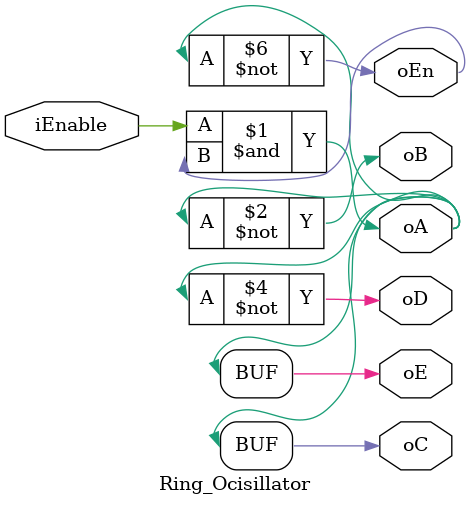
<source format=v>

`timescale 1ns / 100ps

module Ring_Ocisillator (

	// Inputs:
	input	iEnable,

	// Outputs:
	output	oA,
	output	oB,
	output	oC,
	output	oD,
	output	oE,
	output	oEn
);

wire w1, w2, w3, w4, w5, w6;

not #3 u1 (oB, oA);
not #3 u2 (oC, oB);
not #3 u3 (oD, oC);
not #3 u4 (oE, oD);
not #3 u5 (oEn, oE);
and #3 u6 (oA, iEnable, oEn);

endmodule
</source>
